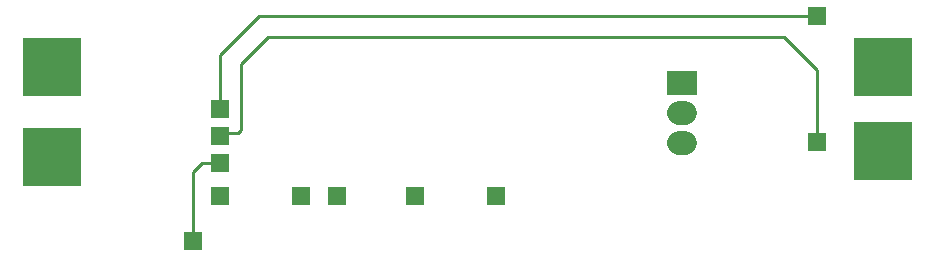
<source format=gbl>
G04 ---------------------------- Layer name :BOTTOM LAYER*
G04 EasyEDA v5.4.12, Wed, 23 May 2018 11:05:33 GMT*
G04 2d2955f7f8a9499e967eeb654262379c*
G04 Gerber Generator version 0.2*
G04 Scale: 100 percent, Rotated: No, Reflected: No *
G04 Dimensions in millimeters *
G04 leading zeros omitted , absolute positions ,3 integer and 3 decimal *
%FSLAX33Y33*%
%MOMM*%
G90*
G71D02*

%ADD10C,0.254000*%
%ADD22R,2.500000X2.000001*%
%ADD23R,1.574800X1.574800*%
%ADD24R,1.574800X1.575054*%
%ADD25R,4.999990X4.999990*%
%ADD26R,1.575054X1.575054*%
%ADD27C,2.000001*%

%LPD*%
G54D10*
G01X17780Y14478D02*
G01X17780Y19050D01*
G01X21082Y22352D01*
G01X68326Y22352D01*
G01X17780Y12446D02*
G01X19304Y12446D01*
G01X19558Y12700D01*
G01X19558Y18288D01*
G01X21844Y20574D01*
G01X65532Y20574D01*
G01X68326Y17780D01*
G01X68326Y11684D01*
G01X17780Y9906D02*
G01X16256Y9906D01*
G01X15494Y9144D01*
G01X15494Y3302D01*
G54D22*
G01X56896Y16637D03*
G54D23*
G01X24638Y7112D03*
G01X27686Y7112D03*
G01X34290Y7112D03*
G54D24*
G01X41148Y7112D03*
G54D23*
G01X17780Y7112D03*
G54D25*
G01X3556Y10414D03*
G01X3556Y18034D03*
G01X73914Y18034D03*
G01X73914Y10922D03*
G54D26*
G01X68326Y22352D03*
G01X17780Y14478D03*
G01X17780Y12192D03*
G01X68326Y11684D03*
G01X17780Y9906D03*
G01X15494Y3302D03*
G54D27*
G01X57145Y11557D02*
G01X56646Y11557D01*
G01X57145Y14097D02*
G01X56646Y14097D01*
M00*
M02*

</source>
